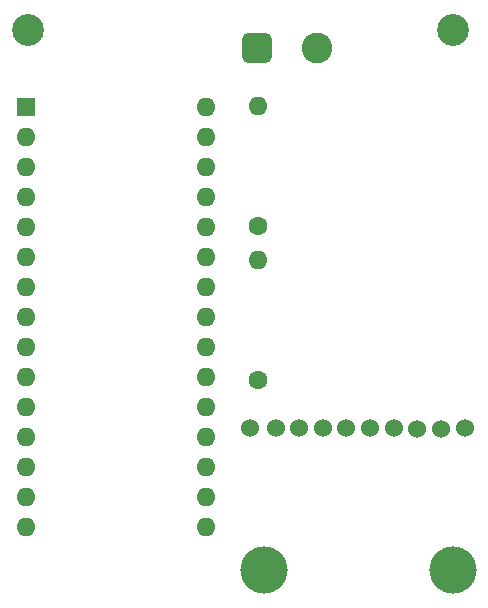
<source format=gbr>
G04 #@! TF.GenerationSoftware,KiCad,Pcbnew,(6.0.2)*
G04 #@! TF.CreationDate,2022-06-05T11:24:39+02:00*
G04 #@! TF.ProjectId,Whame,5768616d-652e-46b6-9963-61645f706362,rev?*
G04 #@! TF.SameCoordinates,Original*
G04 #@! TF.FileFunction,Soldermask,Bot*
G04 #@! TF.FilePolarity,Negative*
%FSLAX46Y46*%
G04 Gerber Fmt 4.6, Leading zero omitted, Abs format (unit mm)*
G04 Created by KiCad (PCBNEW (6.0.2)) date 2022-06-05 11:24:39*
%MOMM*%
%LPD*%
G01*
G04 APERTURE LIST*
G04 Aperture macros list*
%AMRoundRect*
0 Rectangle with rounded corners*
0 $1 Rounding radius*
0 $2 $3 $4 $5 $6 $7 $8 $9 X,Y pos of 4 corners*
0 Add a 4 corners polygon primitive as box body*
4,1,4,$2,$3,$4,$5,$6,$7,$8,$9,$2,$3,0*
0 Add four circle primitives for the rounded corners*
1,1,$1+$1,$2,$3*
1,1,$1+$1,$4,$5*
1,1,$1+$1,$6,$7*
1,1,$1+$1,$8,$9*
0 Add four rect primitives between the rounded corners*
20,1,$1+$1,$2,$3,$4,$5,0*
20,1,$1+$1,$4,$5,$6,$7,0*
20,1,$1+$1,$6,$7,$8,$9,0*
20,1,$1+$1,$8,$9,$2,$3,0*%
G04 Aperture macros list end*
%ADD10C,1.524000*%
%ADD11C,4.000000*%
%ADD12C,1.600000*%
%ADD13O,1.600000X1.600000*%
%ADD14R,1.600000X1.600000*%
%ADD15C,2.700000*%
%ADD16RoundRect,0.650000X-0.650000X-0.650000X0.650000X-0.650000X0.650000X0.650000X-0.650000X0.650000X0*%
%ADD17C,2.600000*%
G04 APERTURE END LIST*
D10*
G04 #@! TO.C,U2*
X163500000Y-93170000D03*
X161500000Y-93250000D03*
X159500000Y-93250000D03*
X157500000Y-93170000D03*
X155500000Y-93170000D03*
X153500000Y-93170000D03*
X151500000Y-93170000D03*
X149500000Y-93170000D03*
X147500000Y-93170000D03*
X145340000Y-93170000D03*
D11*
X146500000Y-105170000D03*
X162500000Y-105170000D03*
G04 #@! TD*
D12*
G04 #@! TO.C,R1*
X146000000Y-76080000D03*
D13*
X146000000Y-65920000D03*
G04 #@! TD*
G04 #@! TO.C,A1*
X141630000Y-65950000D03*
X141630000Y-68490000D03*
X141630000Y-71030000D03*
X141630000Y-73570000D03*
X141630000Y-76110000D03*
X141630000Y-78650000D03*
X141630000Y-81190000D03*
X141630000Y-83730000D03*
X141630000Y-86270000D03*
X141630000Y-88810000D03*
X141630000Y-91350000D03*
X141630000Y-93890000D03*
X141630000Y-96430000D03*
X141630000Y-98970000D03*
X141630000Y-101510000D03*
X126390000Y-101510000D03*
X126390000Y-98970000D03*
X126390000Y-96430000D03*
X126390000Y-93890000D03*
X126390000Y-91350000D03*
X126390000Y-88810000D03*
X126390000Y-86270000D03*
X126390000Y-83730000D03*
X126390000Y-81190000D03*
X126390000Y-78650000D03*
X126390000Y-76110000D03*
X126390000Y-73570000D03*
X126390000Y-71030000D03*
X126390000Y-68490000D03*
D14*
X126390000Y-65950000D03*
G04 #@! TD*
D15*
G04 #@! TO.C,REF\u002A\u002A*
X126500000Y-59500000D03*
G04 #@! TD*
D16*
G04 #@! TO.C,J1*
X145960000Y-61000000D03*
D17*
X151040000Y-61000000D03*
G04 #@! TD*
D12*
G04 #@! TO.C,R2*
X146000000Y-89080000D03*
D13*
X146000000Y-78920000D03*
G04 #@! TD*
D15*
G04 #@! TO.C,REF\u002A\u002A*
X162500000Y-59500000D03*
G04 #@! TD*
M02*

</source>
